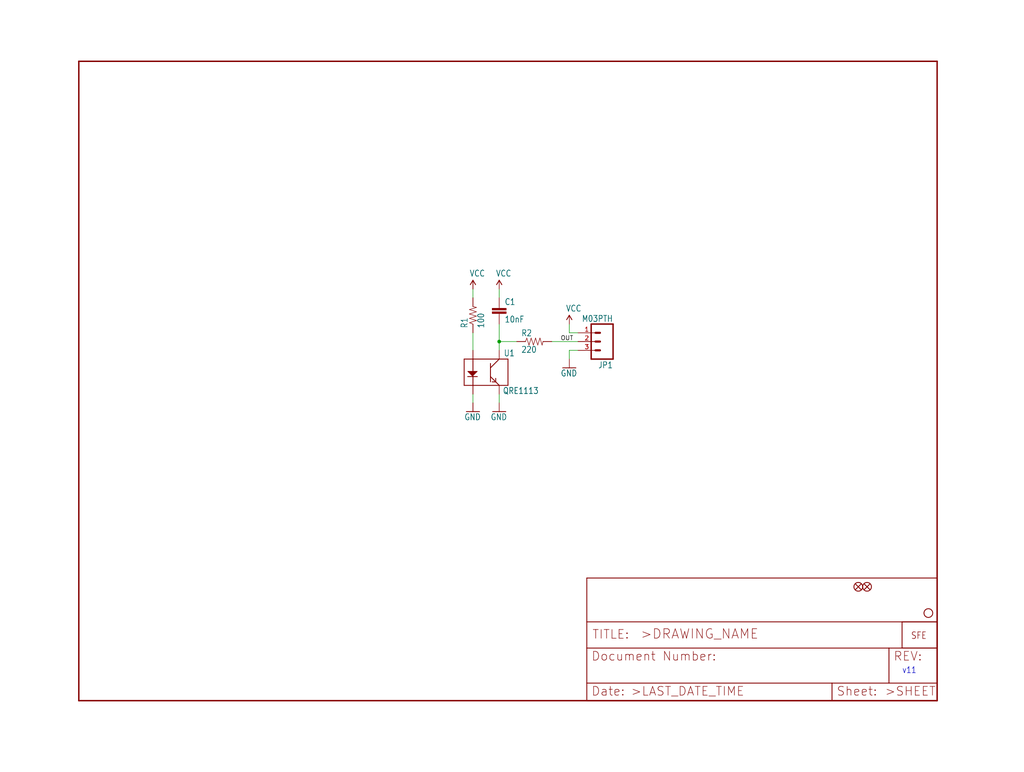
<source format=kicad_sch>
(kicad_sch (version 20211123) (generator eeschema)
  (paper "User" 297.002 223.926)
  (lib_symbols
    (symbol "eagleSchem-eagle-import:CAP0402-CAP"
      (property "Reference" "C" (at 1.524 2.921 0))
      (property "Value" "CAP0402-CAP" (at 1.524 -2.159 0))
      (symbol "CAP0402-CAP_1_0"
        (rectangle (start -2.032 0.508) (end 2.032 1.016) (fill (type outline)))
        (rectangle (start -2.032 1.524) (end 2.032 2.032) (fill (type outline)))
        (polyline (pts (xy 0 0) (xy 0 0.508)) (stroke (width 0.1524)))
        (polyline (pts (xy 0 2.54) (xy 0 2.032)) (stroke (width 0.1524)))
        (pin passive line (at 0 5.08 270) (length 2.54) (name "1") (number "1"))
        (pin passive line (at 0 -2.54 90) (length 2.54) (name "2") (number "2"))
      )
    )
    (symbol "eagleSchem-eagle-import:FIDUCIALUFIDUCIAL"
      (symbol "FIDUCIALUFIDUCIAL_1_0"
        (polyline (pts (xy -0.762 0.762) (xy 0.762 -0.762)) (stroke (width 0.254)))
        (polyline (pts (xy 0.762 0.762) (xy -0.762 -0.762)) (stroke (width 0.254)))
        (circle (center 0 0) (radius 1.27) (stroke (width 0.254)))
      )
    )
    (symbol "eagleSchem-eagle-import:FRAME-LETTER"
      (symbol "FRAME-LETTER_1_0"
        (polyline (pts (xy 0 0) (xy 248.92 0)) (stroke (width 0.4064)))
        (polyline (pts (xy 0 185.42) (xy 0 0)) (stroke (width 0.4064)))
        (polyline (pts (xy 0 185.42) (xy 248.92 185.42)) (stroke (width 0.4064)))
        (polyline (pts (xy 248.92 185.42) (xy 248.92 0)) (stroke (width 0.4064)))
      )
      (symbol "FRAME-LETTER_2_0"
        (polyline (pts (xy 0 0) (xy 0 5.08)) (stroke (width 0.254)))
        (polyline (pts (xy 0 0) (xy 71.12 0)) (stroke (width 0.254)))
        (polyline (pts (xy 0 5.08) (xy 0 15.24)) (stroke (width 0.254)))
        (polyline (pts (xy 0 5.08) (xy 71.12 5.08)) (stroke (width 0.254)))
        (polyline (pts (xy 0 15.24) (xy 0 22.86)) (stroke (width 0.254)))
        (polyline (pts (xy 0 22.86) (xy 0 35.56)) (stroke (width 0.254)))
        (polyline (pts (xy 0 22.86) (xy 101.6 22.86)) (stroke (width 0.254)))
        (polyline (pts (xy 71.12 0) (xy 101.6 0)) (stroke (width 0.254)))
        (polyline (pts (xy 71.12 5.08) (xy 71.12 0)) (stroke (width 0.254)))
        (polyline (pts (xy 71.12 5.08) (xy 87.63 5.08)) (stroke (width 0.254)))
        (polyline (pts (xy 87.63 5.08) (xy 101.6 5.08)) (stroke (width 0.254)))
        (polyline (pts (xy 87.63 15.24) (xy 0 15.24)) (stroke (width 0.254)))
        (polyline (pts (xy 87.63 15.24) (xy 87.63 5.08)) (stroke (width 0.254)))
        (polyline (pts (xy 101.6 5.08) (xy 101.6 0)) (stroke (width 0.254)))
        (polyline (pts (xy 101.6 15.24) (xy 87.63 15.24)) (stroke (width 0.254)))
        (polyline (pts (xy 101.6 15.24) (xy 101.6 5.08)) (stroke (width 0.254)))
        (polyline (pts (xy 101.6 22.86) (xy 101.6 15.24)) (stroke (width 0.254)))
        (polyline (pts (xy 101.6 35.56) (xy 0 35.56)) (stroke (width 0.254)))
        (polyline (pts (xy 101.6 35.56) (xy 101.6 22.86)) (stroke (width 0.254)))
        (text ">DRAWING_NAME" (at 15.494 17.78 0) (effects (font (size 2.7432 2.7432)) (justify left bottom)))
        (text ">LAST_DATE_TIME" (at 12.7 1.27 0) (effects (font (size 2.54 2.54)) (justify left bottom)))
        (text ">SHEET" (at 86.36 1.27 0) (effects (font (size 2.54 2.54)) (justify left bottom)))
        (text "Date:" (at 1.27 1.27 0) (effects (font (size 2.54 2.54)) (justify left bottom)))
        (text "Document Number:" (at 1.27 11.43 0) (effects (font (size 2.54 2.54)) (justify left bottom)))
        (text "REV:" (at 88.9 11.43 0) (effects (font (size 2.54 2.54)) (justify left bottom)))
        (text "Sheet:" (at 72.39 1.27 0) (effects (font (size 2.54 2.54)) (justify left bottom)))
        (text "TITLE:" (at 1.524 17.78 0) (effects (font (size 2.54 2.54)) (justify left bottom)))
      )
    )
    (symbol "eagleSchem-eagle-import:GND" (power)
      (property "Value" "GND" (at -2.54 -2.54 0))
      (symbol "GND_1_0"
        (polyline (pts (xy -1.905 0) (xy 1.905 0)) (stroke (width 0.254)))
        (pin power_in line (at 0 2.54 270) (length 2.54) (name "GND") (number "1"))
      )
    )
    (symbol "eagleSchem-eagle-import:LOGO-SFESK"
      (symbol "LOGO-SFESK_1_0"
        (polyline (pts (xy -2.54 -2.54) (xy 7.62 -2.54)) (stroke (width 0.254)))
        (polyline (pts (xy -2.54 5.08) (xy -2.54 -2.54)) (stroke (width 0.254)))
        (polyline (pts (xy 7.62 -2.54) (xy 7.62 5.08)) (stroke (width 0.254)))
        (polyline (pts (xy 7.62 5.08) (xy -2.54 5.08)) (stroke (width 0.254)))
        (text "SFE" (at 0 0 0) (effects (font (size 1.9304 1.6408)) (justify left bottom)))
      )
    )
    (symbol "eagleSchem-eagle-import:M03PTH"
      (property "Reference" "JP" (at -2.54 5.842 0))
      (property "Value" "M03PTH" (at -2.54 -7.62 0))
      (symbol "M03PTH_1_0"
        (polyline (pts (xy -2.54 5.08) (xy -2.54 -5.08)) (stroke (width 0.4064)))
        (polyline (pts (xy -2.54 5.08) (xy 3.81 5.08)) (stroke (width 0.4064)))
        (polyline (pts (xy 1.27 -2.54) (xy 2.54 -2.54)) (stroke (width 0.6096)))
        (polyline (pts (xy 1.27 0) (xy 2.54 0)) (stroke (width 0.6096)))
        (polyline (pts (xy 1.27 2.54) (xy 2.54 2.54)) (stroke (width 0.6096)))
        (polyline (pts (xy 3.81 -5.08) (xy -2.54 -5.08)) (stroke (width 0.4064)))
        (polyline (pts (xy 3.81 -5.08) (xy 3.81 5.08)) (stroke (width 0.4064)))
        (pin passive line (at 7.62 -2.54 180) (length 5.08) (name "1") (number "1"))
        (pin passive line (at 7.62 0 180) (length 5.08) (name "2") (number "2"))
        (pin passive line (at 7.62 2.54 180) (length 5.08) (name "3") (number "3"))
      )
    )
    (symbol "eagleSchem-eagle-import:QRE1113"
      (property "Value" "QRE1113" (at -1.778 3.048 0))
      (symbol "QRE1113_1_0"
        (polyline (pts (xy -5.08 -5.08) (xy -2.54 -5.08)) (stroke (width 0.254)))
        (polyline (pts (xy -5.08 2.54) (xy -5.08 -5.08)) (stroke (width 0.254)))
        (polyline (pts (xy -2.54 -5.08) (xy 5.08 -5.08)) (stroke (width 0.254)))
        (polyline (pts (xy -2.54 2.54) (xy -5.08 2.54)) (stroke (width 0.254)))
        (polyline (pts (xy -2.54 2.54) (xy 0 0)) (stroke (width 0.254)))
        (polyline (pts (xy -1.524 -4.064) (xy -2.54 -5.08)) (stroke (width 0.254)))
        (polyline (pts (xy -1.524 -4.064) (xy -1.524 -3.048)) (stroke (width 0.254)))
        (polyline (pts (xy -1.524 -4.064) (xy -0.508 -4.064)) (stroke (width 0.254)))
        (polyline (pts (xy 0 -2.54) (xy -1.524 -4.064)) (stroke (width 0.254)))
        (polyline (pts (xy 0 -2.54) (xy 0 -4.064)) (stroke (width 0.254)))
        (polyline (pts (xy 0 0) (xy 0 -2.54)) (stroke (width 0.254)))
        (polyline (pts (xy 0 0) (xy 0 1.27)) (stroke (width 0.254)))
        (polyline (pts (xy 3.81 -2.54) (xy 5.08 -2.54)) (stroke (width 0.254)))
        (polyline (pts (xy 5.08 -5.08) (xy 7.62 -5.08)) (stroke (width 0.254)))
        (polyline (pts (xy 5.08 -2.54) (xy 5.08 -5.08)) (stroke (width 0.254)))
        (polyline (pts (xy 5.08 -2.54) (xy 6.604 -2.54)) (stroke (width 0.254)))
        (polyline (pts (xy 5.08 2.54) (xy -2.54 2.54)) (stroke (width 0.254)))
        (polyline (pts (xy 5.08 2.54) (xy 5.08 -2.54)) (stroke (width 0.254)))
        (polyline (pts (xy 7.62 -5.08) (xy 7.62 2.54)) (stroke (width 0.254)))
        (polyline (pts (xy 7.62 2.54) (xy 5.08 2.54)) (stroke (width 0.254)))
        (polyline (pts (xy 5.08 -2.54) (xy 6.604 -1.016) (xy 3.81 -1.016) (xy 4.826 -2.032)) (fill (type outline)))
        (pin bidirectional line (at 5.08 5.08 270) (length 2.54) (name "A") (number "1"))
        (pin bidirectional line (at 5.08 -7.62 90) (length 2.54) (name "K") (number "2"))
        (pin bidirectional line (at -2.54 5.08 270) (length 2.54) (name "C") (number "3"))
        (pin bidirectional line (at -2.54 -7.62 90) (length 2.54) (name "E") (number "4"))
      )
    )
    (symbol "eagleSchem-eagle-import:RESISTOR0402-RES"
      (property "Reference" "R" (at -3.81 1.4986 0))
      (property "Value" "RESISTOR0402-RES" (at -3.81 -3.302 0))
      (symbol "RESISTOR0402-RES_1_0"
        (polyline (pts (xy -2.54 0) (xy -2.159 1.016)) (stroke (width 0.1524)))
        (polyline (pts (xy -2.159 1.016) (xy -1.524 -1.016)) (stroke (width 0.1524)))
        (polyline (pts (xy -1.524 -1.016) (xy -0.889 1.016)) (stroke (width 0.1524)))
        (polyline (pts (xy -0.889 1.016) (xy -0.254 -1.016)) (stroke (width 0.1524)))
        (polyline (pts (xy -0.254 -1.016) (xy 0.381 1.016)) (stroke (width 0.1524)))
        (polyline (pts (xy 0.381 1.016) (xy 1.016 -1.016)) (stroke (width 0.1524)))
        (polyline (pts (xy 1.016 -1.016) (xy 1.651 1.016)) (stroke (width 0.1524)))
        (polyline (pts (xy 1.651 1.016) (xy 2.286 -1.016)) (stroke (width 0.1524)))
        (polyline (pts (xy 2.286 -1.016) (xy 2.54 0)) (stroke (width 0.1524)))
        (pin passive line (at -5.08 0 0) (length 2.54) (name "1") (number "1"))
        (pin passive line (at 5.08 0 180) (length 2.54) (name "2") (number "2"))
      )
    )
    (symbol "eagleSchem-eagle-import:STAND-OFF"
      (symbol "STAND-OFF_1_0"
        (circle (center 0 0) (radius 1.27) (stroke (width 0.254)))
      )
    )
    (symbol "eagleSchem-eagle-import:VCC" (power)
      (property "Value" "VCC" (at -1.016 3.556 0))
      (symbol "VCC_1_0"
        (polyline (pts (xy 0 2.54) (xy -0.762 1.27)) (stroke (width 0.254)))
        (polyline (pts (xy 0.762 1.27) (xy 0 2.54)) (stroke (width 0.254)))
        (pin power_in line (at 0 0 90) (length 2.54) (name "VCC") (number "1"))
      )
    )
  )
  (junction (at 144.78 99.06))
  (wire (pts (xy 137.16 116.84) (xy 137.16 114.3)))
  (wire (pts (xy 137.16 83.82) (xy 137.16 86.36)))
  (wire (pts (xy 144.78 86.36) (xy 144.78 83.82)))
  (wire (pts (xy 144.78 93.98) (xy 144.78 99.06)))
  (wire (pts (xy 165.1 96.52) (xy 165.1 93.98)))
  (wire (pts (xy 160.02 99.06) (xy 167.64 99.06)))
  (wire (pts (xy 149.86 99.06) (xy 144.78 99.06)))
  (wire (pts (xy 167.64 101.6) (xy 165.1 101.6)))
  (wire (pts (xy 144.78 99.06) (xy 144.78 101.6)))
  (wire (pts (xy 144.78 116.84) (xy 144.78 114.3)))
  (wire (pts (xy 165.1 101.6) (xy 165.1 104.14)))
  (wire (pts (xy 167.64 96.52) (xy 165.1 96.52)))
  (wire (pts (xy 137.16 96.52) (xy 137.16 101.6)))
  (text "v11" (at 261.62 195.58 180) (effects (font (size 1.778 1.5113)) (justify left bottom)))
  (label "OUT" (at 162.56 99.06 0) (effects (font (size 1.2446 1.2446))))
  (symbol (lib_id "eagleSchem-eagle-import:FIDUCIALUFIDUCIAL") (at 248.92 170.18 0) (unit 1)
    (property "Reference" "FID1" (effects hide))
    (property "Value" "FIDUCIALUFIDUCIAL" (effects hide))
    (property "Footprint" "eagleSchem:MICRO-FIDUCIAL" (effects hide))
  )
  (symbol (lib_id "eagleSchem-eagle-import:QRE1113") (at 142.24 106.68 0) (mirror y) (unit 1)
    (property "Reference" "U1" (at 146.05 103.378 0) (effects (font (size 1.778 1.5113)) (justify right bottom)))
    (property "Value" "QRE1113" (at 145.796 114.3 0) (effects (font (size 1.778 1.5113)) (justify right bottom)))
    (property "Footprint" "eagleSchem:QRE1113" (effects hide))
  )
  (symbol (lib_id "eagleSchem-eagle-import:GND") (at 165.1 106.68 0) (unit 1)
    (property "Reference" "#GND2" (effects hide))
    (property "Value" "GND" (at 162.56 109.22 0) (effects (font (size 1.778 1.5113)) (justify left bottom)))
    (property "Footprint" "eagleSchem:" (effects hide))
  )
  (symbol (lib_id "eagleSchem-eagle-import:RESISTOR0402-RES") (at 137.16 91.44 90) (unit 1)
    (property "Reference" "R1" (at 135.6614 95.25 0) (effects (font (size 1.778 1.5113)) (justify left bottom)))
    (property "Value" "100" (at 140.462 95.25 0) (effects (font (size 1.778 1.5113)) (justify left bottom)))
    (property "Footprint" "eagleSchem:0402-RES" (effects hide))
  )
  (symbol (lib_id "eagleSchem-eagle-import:GND") (at 137.16 119.38 0) (unit 1)
    (property "Reference" "#GND1" (effects hide))
    (property "Value" "GND" (at 134.62 121.92 0) (effects (font (size 1.778 1.5113)) (justify left bottom)))
    (property "Footprint" "eagleSchem:" (effects hide))
  )
  (symbol (lib_id "eagleSchem-eagle-import:GND") (at 144.78 119.38 0) (unit 1)
    (property "Reference" "#GND3" (effects hide))
    (property "Value" "GND" (at 142.24 121.92 0) (effects (font (size 1.778 1.5113)) (justify left bottom)))
    (property "Footprint" "eagleSchem:" (effects hide))
  )
  (symbol (lib_id "eagleSchem-eagle-import:M03PTH") (at 175.26 99.06 180) (unit 1)
    (property "Reference" "JP1" (at 177.8 104.902 0) (effects (font (size 1.778 1.5113)) (justify left bottom)))
    (property "Value" "M03PTH" (at 177.8 91.44 0) (effects (font (size 1.778 1.5113)) (justify left bottom)))
    (property "Footprint" "eagleSchem:1X03" (effects hide))
  )
  (symbol (lib_id "eagleSchem-eagle-import:RESISTOR0402-RES") (at 154.94 99.06 0) (unit 1)
    (property "Reference" "R2" (at 151.13 97.5614 0) (effects (font (size 1.778 1.5113)) (justify left bottom)))
    (property "Value" "220" (at 151.13 102.362 0) (effects (font (size 1.778 1.5113)) (justify left bottom)))
    (property "Footprint" "eagleSchem:0402-RES" (effects hide))
  )
  (symbol (lib_id "eagleSchem-eagle-import:VCC") (at 144.78 83.82 0) (unit 1)
    (property "Reference" "#P+2" (effects hide))
    (property "Value" "VCC" (at 143.764 80.264 0) (effects (font (size 1.778 1.5113)) (justify left bottom)))
    (property "Footprint" "eagleSchem:" (effects hide))
  )
  (symbol (lib_id "eagleSchem-eagle-import:VCC") (at 165.1 93.98 0) (unit 1)
    (property "Reference" "#P+3" (effects hide))
    (property "Value" "VCC" (at 164.084 90.424 0) (effects (font (size 1.778 1.5113)) (justify left bottom)))
    (property "Footprint" "eagleSchem:" (effects hide))
  )
  (symbol (lib_id "eagleSchem-eagle-import:FRAME-LETTER") (at 170.18 203.2 0) (unit 2)
    (property "Reference" "#FRAME1" (effects hide))
    (property "Value" "FRAME-LETTER" (effects hide))
    (property "Footprint" "eagleSchem:" (effects hide))
  )
  (symbol (lib_id "eagleSchem-eagle-import:FRAME-LETTER") (at 22.86 203.2 0) (unit 1)
    (property "Reference" "#FRAME1" (effects hide))
    (property "Value" "FRAME-LETTER" (effects hide))
    (property "Footprint" "eagleSchem:" (effects hide))
  )
  (symbol (lib_id "eagleSchem-eagle-import:LOGO-SFESK") (at 264.16 185.42 0) (unit 1)
    (property "Reference" "JP2" (effects hide))
    (property "Value" "LOGO-SFESK" (effects hide))
    (property "Footprint" "eagleSchem:SFE-LOGO-FLAME" (effects hide))
  )
  (symbol (lib_id "eagleSchem-eagle-import:CAP0402-CAP") (at 144.78 91.44 0) (unit 1)
    (property "Reference" "C1" (at 146.304 88.519 0) (effects (font (size 1.778 1.5113)) (justify left bottom)))
    (property "Value" "10nF" (at 146.304 93.599 0) (effects (font (size 1.778 1.5113)) (justify left bottom)))
    (property "Footprint" "eagleSchem:0402-CAP" (effects hide))
  )
  (symbol (lib_id "eagleSchem-eagle-import:STAND-OFF") (at 269.24 177.8 0) (unit 1)
    (property "Reference" "JP3" (effects hide))
    (property "Value" "STAND-OFF" (effects hide))
    (property "Footprint" "eagleSchem:STAND-OFF" (effects hide))
  )
  (symbol (lib_id "eagleSchem-eagle-import:FIDUCIALUFIDUCIAL") (at 251.46 170.18 0) (unit 1)
    (property "Reference" "FID2" (effects hide))
    (property "Value" "FIDUCIALUFIDUCIAL" (effects hide))
    (property "Footprint" "eagleSchem:MICRO-FIDUCIAL" (effects hide))
  )
  (symbol (lib_id "eagleSchem-eagle-import:VCC") (at 137.16 83.82 0) (unit 1)
    (property "Reference" "#P+1" (effects hide))
    (property "Value" "VCC" (at 136.144 80.264 0) (effects (font (size 1.778 1.5113)) (justify left bottom)))
    (property "Footprint" "eagleSchem:" (effects hide))
  )
)
</source>
